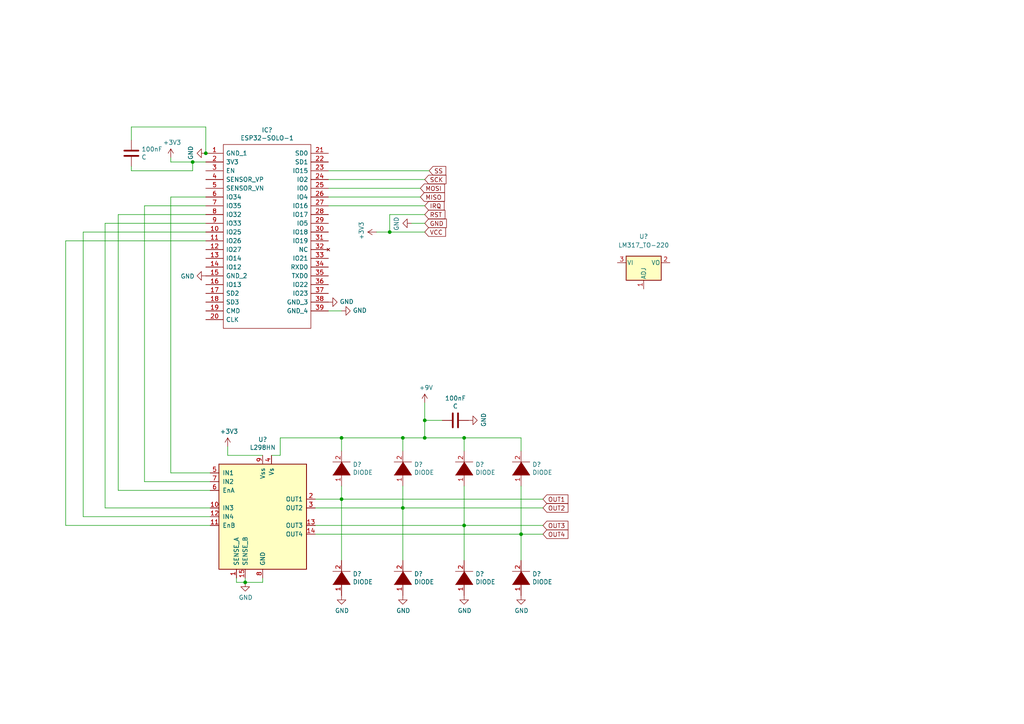
<source format=kicad_sch>
(kicad_sch (version 20211123) (generator eeschema)
  (paper "A4")
  (lib_symbols
    (symbol "Device:C" (pin_numbers hide) (pin_names (offset 0.254))
      (property "Reference" "C" (at 0.635 2.54 0))
      (property "Value" "C" (at 0.635 -2.54 0))
      (symbol "C_0_1"
        (polyline (pts (xy -2.032 -0.762) (xy 2.032 -0.762)) (stroke (width 0.508)))
        (polyline (pts (xy -2.032 0.762) (xy 2.032 0.762)) (stroke (width 0.508)))
      )
      (symbol "C_1_1"
        (pin passive line (at 0 3.81 270) (length 2.794) (name "~") (number "1"))
        (pin passive line (at 0 -3.81 90) (length 2.794) (name "~") (number "2"))
      )
    )
    (symbol "Driver_Motor:L298HN" (pin_names (offset 1.016))
      (property "Reference" "U" (at -10.16 16.51 0))
      (property "Value" "L298HN" (at 12.7 16.51 0))
      (symbol "L298HN_0_1"
        (rectangle (start -12.7 15.24) (end 12.7 -15.24) (stroke (width 0.254)) (fill (type background)))
      )
      (symbol "L298HN_1_1"
        (pin power_in line (at -7.62 -17.78 90) (length 2.54) (name "SENSE_A") (number "1"))
        (pin input line (at -15.24 2.54 0) (length 2.54) (name "IN3") (number "10"))
        (pin input line (at -15.24 -2.54 0) (length 2.54) (name "EnB") (number "11"))
        (pin input line (at -15.24 0 0) (length 2.54) (name "IN4") (number "12"))
        (pin output line (at 15.24 -2.54 180) (length 2.54) (name "OUT3") (number "13"))
        (pin output line (at 15.24 -5.08 180) (length 2.54) (name "OUT4") (number "14"))
        (pin power_in line (at -5.08 -17.78 90) (length 2.54) (name "SENSE_B") (number "15"))
        (pin output line (at 15.24 5.08 180) (length 2.54) (name "OUT1") (number "2"))
        (pin output line (at 15.24 2.54 180) (length 2.54) (name "OUT2") (number "3"))
        (pin power_in line (at 2.54 17.78 270) (length 2.54) (name "Vs") (number "4"))
        (pin input line (at -15.24 12.7 0) (length 2.54) (name "IN1") (number "5"))
        (pin input line (at -15.24 7.62 0) (length 2.54) (name "EnA") (number "6"))
        (pin input line (at -15.24 10.16 0) (length 2.54) (name "IN2") (number "7"))
        (pin power_in line (at 0 -17.78 90) (length 2.54) (name "GND") (number "8"))
        (pin power_in line (at 0 17.78 270) (length 2.54) (name "Vss") (number "9"))
      )
    )
    (symbol "Regulator_Linear:LM317_TO-220" (pin_names (offset 0.254))
      (property "Reference" "U" (at -3.81 3.175 0))
      (property "Value" "LM317_TO-220" (at 0 3.175 0))
      (symbol "LM317_TO-220_0_1"
        (rectangle (start -5.08 1.905) (end 5.08 -5.08) (stroke (width 0.254)) (fill (type background)))
      )
      (symbol "LM317_TO-220_1_1"
        (pin input line (at 0 -7.62 90) (length 2.54) (name "ADJ") (number "1"))
        (pin power_out line (at 7.62 0 180) (length 2.54) (name "VO") (number "2"))
        (pin power_in line (at -7.62 0 0) (length 2.54) (name "VI") (number "3"))
      )
    )
    (symbol "SamacSys_Parts:ESP32-SOLO-1" (pin_names (offset 0.762))
      (property "Reference" "IC" (at 31.75 7.62 0))
      (property "Value" "SamacSys_Parts_ESP32-SOLO-1" (at 31.75 5.08 0))
      (symbol "ESP32-SOLO-1_0_0"
        (pin passive line (at 0 0 0) (length 5.08) (name "GND_1") (number "1"))
        (pin passive line (at 0 -22.86 0) (length 5.08) (name "IO25") (number "10"))
        (pin passive line (at 0 -25.4 0) (length 5.08) (name "IO26") (number "11"))
        (pin passive line (at 0 -27.94 0) (length 5.08) (name "IO27") (number "12"))
        (pin passive line (at 0 -30.48 0) (length 5.08) (name "IO14") (number "13"))
        (pin passive line (at 0 -33.02 0) (length 5.08) (name "IO12") (number "14"))
        (pin passive line (at 0 -35.56 0) (length 5.08) (name "GND_2") (number "15"))
        (pin passive line (at 0 -38.1 0) (length 5.08) (name "IO13") (number "16"))
        (pin passive line (at 0 -40.64 0) (length 5.08) (name "SD2") (number "17"))
        (pin passive line (at 0 -43.18 0) (length 5.08) (name "SD3") (number "18"))
        (pin passive line (at 0 -45.72 0) (length 5.08) (name "CMD") (number "19"))
        (pin passive line (at 0 -2.54 0) (length 5.08) (name "3V3") (number "2"))
        (pin passive line (at 0 -48.26 0) (length 5.08) (name "CLK") (number "20"))
        (pin passive line (at 35.56 0 180) (length 5.08) (name "SD0") (number "21"))
        (pin passive line (at 35.56 -2.54 180) (length 5.08) (name "SD1") (number "22"))
        (pin passive line (at 35.56 -5.08 180) (length 5.08) (name "IO15") (number "23"))
        (pin passive line (at 35.56 -7.62 180) (length 5.08) (name "IO2") (number "24"))
        (pin passive line (at 35.56 -10.16 180) (length 5.08) (name "IO0") (number "25"))
        (pin passive line (at 35.56 -12.7 180) (length 5.08) (name "IO4") (number "26"))
        (pin passive line (at 35.56 -15.24 180) (length 5.08) (name "IO16") (number "27"))
        (pin passive line (at 35.56 -17.78 180) (length 5.08) (name "IO17") (number "28"))
        (pin passive line (at 35.56 -20.32 180) (length 5.08) (name "IO5") (number "29"))
        (pin passive line (at 0 -5.08 0) (length 5.08) (name "EN") (number "3"))
        (pin passive line (at 35.56 -22.86 180) (length 5.08) (name "IO18") (number "30"))
        (pin passive line (at 35.56 -25.4 180) (length 5.08) (name "IO19") (number "31"))
        (pin no_connect line (at 35.56 -27.94 180) (length 5.08) (name "NC") (number "32"))
        (pin passive line (at 35.56 -30.48 180) (length 5.08) (name "IO21") (number "33"))
        (pin passive line (at 35.56 -33.02 180) (length 5.08) (name "RXD0") (number "34"))
        (pin passive line (at 35.56 -35.56 180) (length 5.08) (name "TXD0") (number "35"))
        (pin passive line (at 35.56 -38.1 180) (length 5.08) (name "IO22") (number "36"))
        (pin passive line (at 35.56 -40.64 180) (length 5.08) (name "IO23") (number "37"))
        (pin passive line (at 35.56 -43.18 180) (length 5.08) (name "GND_3") (number "38"))
        (pin passive line (at 35.56 -45.72 180) (length 5.08) (name "GND_4") (number "39"))
        (pin passive line (at 0 -7.62 0) (length 5.08) (name "SENSOR_VP") (number "4"))
        (pin passive line (at 0 -10.16 0) (length 5.08) (name "SENSOR_VN") (number "5"))
        (pin passive line (at 0 -12.7 0) (length 5.08) (name "IO34") (number "6"))
        (pin passive line (at 0 -15.24 0) (length 5.08) (name "IO35") (number "7"))
        (pin passive line (at 0 -17.78 0) (length 5.08) (name "IO32") (number "8"))
        (pin passive line (at 0 -20.32 0) (length 5.08) (name "IO33") (number "9"))
      )
      (symbol "ESP32-SOLO-1_0_1"
        (polyline (pts (xy 5.08 2.54) (xy 30.48 2.54) (xy 30.48 -50.8) (xy 5.08 -50.8) (xy 5.08 2.54)) (stroke (width 0.1524)))
      )
    )
    (symbol "power:+3.3V" (power) (pin_names (offset 0))
      (property "Value" "+3.3V" (at 0 3.556 0))
      (symbol "+3.3V_0_1"
        (polyline (pts (xy -0.762 1.27) (xy 0 2.54)))
        (polyline (pts (xy 0 0) (xy 0 2.54)))
        (polyline (pts (xy 0 2.54) (xy 0.762 1.27)))
      )
      (symbol "+3.3V_1_1"
        (pin power_in line (at 0 0 90) (length 0) hide (name "+3V3") (number "1"))
      )
    )
    (symbol "power:+9V" (power) (pin_names (offset 0))
      (property "Value" "+9V" (at 0 3.556 0))
      (symbol "+9V_0_1"
        (polyline (pts (xy -0.762 1.27) (xy 0 2.54)))
        (polyline (pts (xy 0 0) (xy 0 2.54)))
        (polyline (pts (xy 0 2.54) (xy 0.762 1.27)))
      )
      (symbol "+9V_1_1"
        (pin power_in line (at 0 0 90) (length 0) hide (name "+9V") (number "1"))
      )
    )
    (symbol "power:GND" (power) (pin_names (offset 0))
      (property "Value" "GND" (at 0 -3.81 0))
      (symbol "GND_0_1"
        (polyline (pts (xy 0 0) (xy 0 -1.27) (xy 1.27 -1.27) (xy 0 -2.54) (xy -1.27 -1.27) (xy 0 -1.27)))
      )
      (symbol "GND_1_1"
        (pin power_in line (at 0 0 270) (length 0) hide (name "GND") (number "1"))
      )
    )
    (symbol "pspice:DIODE" (pin_names (offset 1.016) hide)
      (property "Reference" "D" (at 0 3.81 0))
      (property "Value" "DIODE" (at 0 -4.445 0))
      (symbol "DIODE_0_1"
        (polyline (pts (xy 1.905 2.54) (xy 1.905 -2.54)))
        (polyline (pts (xy -1.905 2.54) (xy -1.905 -2.54) (xy 1.905 0)) (fill (type outline)))
      )
      (symbol "DIODE_1_1"
        (pin input line (at -5.08 0 0) (length 3.81) (name "K") (number "1"))
        (pin input line (at 5.08 0 180) (length 3.81) (name "A") (number "2"))
      )
    )
  )
  (junction (at 116.84 147.32))
  (junction (at 134.62 127))
  (junction (at 99.06 127))
  (junction (at 151.13 154.94))
  (junction (at 123.19 121.92))
  (junction (at 55.88 46.99))
  (junction (at 113.03 67.31))
  (junction (at 59.69 44.45))
  (junction (at 99.06 144.78))
  (junction (at 123.19 127))
  (junction (at 134.62 152.4))
  (junction (at 71.12 168.91))
  (junction (at 116.84 127))
  (wire (pts (xy 41.91 139.7) (xy 60.96 139.7)))
  (wire (pts (xy 24.13 67.31) (xy 24.13 149.86)))
  (wire (pts (xy 151.13 154.94) (xy 91.44 154.94)))
  (wire (pts (xy 134.62 140.97) (xy 134.62 152.4)))
  (wire (pts (xy 30.48 147.32) (xy 60.96 147.32)))
  (wire (pts (xy 68.58 167.64) (xy 68.58 168.91)))
  (wire (pts (xy 41.91 59.69) (xy 41.91 139.7)))
  (wire (pts (xy 99.06 130.81) (xy 99.06 127)))
  (wire (pts (xy 34.29 142.24) (xy 60.96 142.24)))
  (wire (pts (xy 119.38 64.77) (xy 123.19 64.77)))
  (wire (pts (xy 55.88 49.53) (xy 55.88 46.99)))
  (wire (pts (xy 81.28 127) (xy 81.28 132.08)))
  (wire (pts (xy 24.13 149.86) (xy 60.96 149.86)))
  (wire (pts (xy 91.44 144.78) (xy 99.06 144.78)))
  (wire (pts (xy 59.69 46.99) (xy 55.88 46.99)))
  (wire (pts (xy 116.84 147.32) (xy 157.48 147.32)))
  (wire (pts (xy 71.12 168.91) (xy 71.12 167.64)))
  (wire (pts (xy 38.1 40.64) (xy 38.1 36.83)))
  (wire (pts (xy 76.2 168.91) (xy 76.2 167.64)))
  (wire (pts (xy 134.62 127) (xy 134.62 130.81)))
  (wire (pts (xy 30.48 64.77) (xy 59.69 64.77)))
  (wire (pts (xy 49.53 57.15) (xy 59.69 57.15)))
  (wire (pts (xy 24.13 67.31) (xy 59.69 67.31)))
  (wire (pts (xy 121.92 54.61) (xy 95.25 54.61)))
  (wire (pts (xy 34.29 62.23) (xy 59.69 62.23)))
  (wire (pts (xy 116.84 147.32) (xy 116.84 140.97)))
  (wire (pts (xy 66.04 132.08) (xy 66.04 129.54)))
  (wire (pts (xy 151.13 154.94) (xy 157.48 154.94)))
  (wire (pts (xy 49.53 46.99) (xy 49.53 45.72)))
  (wire (pts (xy 116.84 127) (xy 123.19 127)))
  (wire (pts (xy 124.46 49.53) (xy 95.25 49.53)))
  (wire (pts (xy 55.88 46.99) (xy 49.53 46.99)))
  (wire (pts (xy 123.19 59.69) (xy 95.25 59.69)))
  (wire (pts (xy 123.19 127) (xy 134.62 127)))
  (wire (pts (xy 19.05 69.85) (xy 19.05 152.4)))
  (wire (pts (xy 134.62 152.4) (xy 157.48 152.4)))
  (wire (pts (xy 71.12 168.91) (xy 76.2 168.91)))
  (wire (pts (xy 134.62 152.4) (xy 134.62 162.56)))
  (wire (pts (xy 113.03 67.31) (xy 123.19 67.31)))
  (wire (pts (xy 41.91 59.69) (xy 59.69 59.69)))
  (wire (pts (xy 81.28 132.08) (xy 78.74 132.08)))
  (wire (pts (xy 60.96 137.16) (xy 49.53 137.16)))
  (wire (pts (xy 68.58 168.91) (xy 71.12 168.91)))
  (wire (pts (xy 123.19 121.92) (xy 123.19 127)))
  (wire (pts (xy 116.84 147.32) (xy 116.84 162.56)))
  (wire (pts (xy 151.13 127) (xy 134.62 127)))
  (wire (pts (xy 38.1 48.26) (xy 38.1 49.53)))
  (wire (pts (xy 109.22 67.31) (xy 113.03 67.31)))
  (wire (pts (xy 59.69 36.83) (xy 59.69 44.45)))
  (wire (pts (xy 123.19 116.84) (xy 123.19 121.92)))
  (wire (pts (xy 19.05 152.4) (xy 60.96 152.4)))
  (wire (pts (xy 49.53 57.15) (xy 49.53 137.16)))
  (wire (pts (xy 91.44 147.32) (xy 116.84 147.32)))
  (wire (pts (xy 128.27 121.92) (xy 123.19 121.92)))
  (wire (pts (xy 121.92 57.15) (xy 95.25 57.15)))
  (wire (pts (xy 157.48 144.78) (xy 99.06 144.78)))
  (wire (pts (xy 99.06 144.78) (xy 99.06 162.56)))
  (wire (pts (xy 151.13 154.94) (xy 151.13 162.56)))
  (wire (pts (xy 95.25 90.17) (xy 99.06 90.17)))
  (wire (pts (xy 116.84 130.81) (xy 116.84 127)))
  (wire (pts (xy 38.1 36.83) (xy 59.69 36.83)))
  (wire (pts (xy 151.13 130.81) (xy 151.13 127)))
  (wire (pts (xy 34.29 62.23) (xy 34.29 142.24)))
  (wire (pts (xy 113.03 62.23) (xy 113.03 67.31)))
  (wire (pts (xy 123.19 52.07) (xy 95.25 52.07)))
  (wire (pts (xy 99.06 140.97) (xy 99.06 144.78)))
  (wire (pts (xy 76.2 132.08) (xy 66.04 132.08)))
  (wire (pts (xy 99.06 127) (xy 81.28 127)))
  (wire (pts (xy 19.05 69.85) (xy 59.69 69.85)))
  (wire (pts (xy 123.19 62.23) (xy 113.03 62.23)))
  (wire (pts (xy 38.1 49.53) (xy 55.88 49.53)))
  (wire (pts (xy 30.48 64.77) (xy 30.48 147.32)))
  (wire (pts (xy 116.84 127) (xy 99.06 127)))
  (wire (pts (xy 134.62 152.4) (xy 91.44 152.4)))
  (wire (pts (xy 151.13 140.97) (xy 151.13 154.94)))
  (global_label "SS" (shape input) (at 124.46 49.53 0) (property "Intersheet References" "${INTERSHEET_REFS}" (effects hide)))
  (global_label "OUT3" (shape input) (at 157.48 152.4 0) (property "Intersheet References" "${INTERSHEET_REFS}" (effects hide)))
  (global_label "MISO" (shape input) (at 121.92 57.15 0) (property "Intersheet References" "${INTERSHEET_REFS}" (effects hide)))
  (global_label "GND" (shape input) (at 123.19 64.77 0) (property "Intersheet References" "${INTERSHEET_REFS}" (effects hide)))
  (global_label "OUT1" (shape input) (at 157.48 144.78 0) (property "Intersheet References" "${INTERSHEET_REFS}" (effects hide)))
  (global_label "OUT4" (shape input) (at 157.48 154.94 0) (property "Intersheet References" "${INTERSHEET_REFS}" (effects hide)))
  (global_label "RST" (shape input) (at 123.19 62.23 0) (property "Intersheet References" "${INTERSHEET_REFS}" (effects hide)))
  (global_label "OUT2" (shape input) (at 157.48 147.32 0) (property "Intersheet References" "${INTERSHEET_REFS}" (effects hide)))
  (global_label "MOSI" (shape input) (at 121.92 54.61 0) (property "Intersheet References" "${INTERSHEET_REFS}" (effects hide)))
  (global_label "VCC" (shape input) (at 123.19 67.31 0) (property "Intersheet References" "${INTERSHEET_REFS}" (effects hide)))
  (global_label "SCK" (shape input) (at 123.19 52.07 0) (property "Intersheet References" "${INTERSHEET_REFS}" (effects hide)))
  (global_label "IRQ" (shape input) (at 123.19 59.69 0) (property "Intersheet References" "${INTERSHEET_REFS}" (effects hide)))
  (symbol (lib_id "SamacSys_Parts:ESP32-SOLO-1") (at 59.69 44.45 0) (unit 1)
    (property "Reference" "IC?" (at 77.47 37.719 0))
    (property "Value" "ESP32-SOLO-1" (at 77.47 40.0304 0))
    (property "Footprint" "ESP32SOLO1" (effects hide))
    (property "Datasheet" "https://www.espressif.com/sites/default/files/documentation/esp32-solo-1_datasheet_en.pdf" (effects hide))
    (property "Description" "WiFi Modules (802.11) SMD Module, ESP32-S0WD, 32Mbits SPI flash, UART mode," (effects hide))
    (property "Manufacturer_Name" "Espressif Systems" (effects hide))
    (property "Manufacturer_Part_Number" "ESP32-SOLO-1" (effects hide))
    (property "Mouser Part Number" "356-ESP32-SOLO-1" (effects hide))
    (property "Mouser Price/Stock" "https://www.mouser.co.uk/ProductDetail/Espressif-Systems/ESP32-SOLO-1?qs=w%2Fv1CP2dgqpIFRWX9FvikA%3D%3D" (effects hide))
  )
  (symbol (lib_id "power:+3.3V") (at 49.53 45.72 0) (unit 1)
    (property "Reference" "#PWR?" (effects hide))
    (property "Value" "+3.3V" (at 49.911 41.3258 0))
  )
  (symbol (lib_id "power:GND") (at 59.69 44.45 270) (mirror x) (unit 1)
    (property "Reference" "#PWR?" (effects hide))
    (property "Value" "GND" (at 55.2958 44.323 0))
  )
  (symbol (lib_id "Device:C") (at 38.1 44.45 0) (unit 1)
    (property "Reference" "100nF" (at 41.021 43.2816 0) (effects (justify left)))
    (property "Value" "C" (at 41.021 45.593 0) (effects (justify left)))
  )
  (symbol (lib_id "power:GND") (at 59.69 80.01 270) (unit 1)
    (property "Reference" "#PWR?" (effects hide))
    (property "Value" "GND" (at 56.4388 80.137 90) (effects (justify right)))
  )
  (symbol (lib_id "power:GND") (at 95.25 87.63 90) (unit 1)
    (property "Reference" "#PWR?" (effects hide))
    (property "Value" "GND" (at 98.5012 87.503 90) (effects (justify right)))
  )
  (symbol (lib_id "power:GND") (at 99.06 90.17 90) (unit 1)
    (property "Reference" "#PWR?" (effects hide))
    (property "Value" "GND" (at 102.3112 90.043 90) (effects (justify right)))
  )
  (symbol (lib_id "Driver_Motor:L298HN") (at 76.2 149.86 0) (unit 1)
    (property "Reference" "U?" (at 76.2 127.4826 0))
    (property "Value" "L298HN" (at 76.2 129.794 0))
    (property "Footprint" "Package_TO_SOT_THT:TO-220-15_P2.54x2.54mm_StaggerOdd_Lead4.58mm_Vertical" (effects hide))
    (property "Datasheet" "http://www.st.com/st-web-ui/static/active/en/resource/technical/document/datasheet/CD00000240.pdf" (effects hide))
  )
  (symbol (lib_id "power:GND") (at 135.89 121.92 90) (unit 1)
    (property "Reference" "#PWR?" (effects hide))
    (property "Value" "GND" (at 140.2842 121.793 0))
  )
  (symbol (lib_id "pspice:DIODE") (at 99.06 135.89 90) (unit 1)
    (property "Reference" "D?" (at 102.3112 134.7216 90) (effects (justify right)))
    (property "Value" "DIODE" (at 102.3112 137.033 90) (effects (justify right)))
  )
  (symbol (lib_id "pspice:DIODE") (at 116.84 135.89 90) (unit 1)
    (property "Reference" "D?" (at 120.0912 134.7216 90) (effects (justify right)))
    (property "Value" "DIODE" (at 120.0912 137.033 90) (effects (justify right)))
  )
  (symbol (lib_id "pspice:DIODE") (at 134.62 135.89 90) (unit 1)
    (property "Reference" "D?" (at 137.8712 134.7216 90) (effects (justify right)))
    (property "Value" "DIODE" (at 137.8712 137.033 90) (effects (justify right)))
  )
  (symbol (lib_id "pspice:DIODE") (at 151.13 135.89 90) (unit 1)
    (property "Reference" "D?" (at 154.3812 134.7216 90) (effects (justify right)))
    (property "Value" "DIODE" (at 154.3812 137.033 90) (effects (justify right)))
  )
  (symbol (lib_id "pspice:DIODE") (at 99.06 167.64 90) (unit 1)
    (property "Reference" "D?" (at 102.3112 166.4716 90) (effects (justify right)))
    (property "Value" "DIODE" (at 102.3112 168.783 90) (effects (justify right)))
  )
  (symbol (lib_id "pspice:DIODE") (at 116.84 167.64 90) (unit 1)
    (property "Reference" "D?" (at 120.0912 166.4716 90) (effects (justify right)))
    (property "Value" "DIODE" (at 120.0912 168.783 90) (effects (justify right)))
  )
  (symbol (lib_id "pspice:DIODE") (at 134.62 167.64 90) (unit 1)
    (property "Reference" "D?" (at 137.8712 166.4716 90) (effects (justify right)))
    (property "Value" "DIODE" (at 137.8712 168.783 90) (effects (justify right)))
  )
  (symbol (lib_id "pspice:DIODE") (at 151.13 167.64 90) (unit 1)
    (property "Reference" "D?" (at 154.3812 166.4716 90) (effects (justify right)))
    (property "Value" "DIODE" (at 154.3812 168.783 90) (effects (justify right)))
  )
  (symbol (lib_id "power:GND") (at 99.06 172.72 0) (unit 1)
    (property "Reference" "#PWR?" (effects hide))
    (property "Value" "GND" (at 99.187 177.1142 0))
  )
  (symbol (lib_id "power:GND") (at 116.84 172.72 0) (unit 1)
    (property "Reference" "#PWR?" (effects hide))
    (property "Value" "GND" (at 116.967 177.1142 0))
  )
  (symbol (lib_id "power:GND") (at 134.62 172.72 0) (unit 1)
    (property "Reference" "#PWR?" (effects hide))
    (property "Value" "GND" (at 134.747 177.1142 0))
  )
  (symbol (lib_id "power:GND") (at 151.13 172.72 0) (unit 1)
    (property "Reference" "#PWR?" (effects hide))
    (property "Value" "GND" (at 151.257 177.1142 0))
  )
  (symbol (lib_id "power:GND") (at 71.12 168.91 0) (unit 1)
    (property "Reference" "#PWR?" (effects hide))
    (property "Value" "GND" (at 71.247 173.3042 0))
  )
  (symbol (lib_id "power:+9V") (at 123.19 116.84 0) (unit 1)
    (property "Reference" "#PWR?" (effects hide))
    (property "Value" "+9V" (at 123.571 112.4458 0))
  )
  (symbol (lib_id "power:+3.3V") (at 66.04 129.54 0) (unit 1)
    (property "Reference" "#PWR?" (effects hide))
    (property "Value" "+3.3V" (at 66.421 125.1458 0))
  )
  (symbol (lib_id "Device:C") (at 132.08 121.92 270) (unit 1)
    (property "Reference" "100nF" (at 132.08 115.5192 90))
    (property "Value" "C" (at 132.08 117.8306 90))
  )
  (symbol (lib_id "power:+3.3V") (at 109.22 67.31 90) (unit 1)
    (property "Reference" "#PWR?" (effects hide))
    (property "Value" "+3.3V" (at 104.8258 66.929 0))
  )
  (symbol (lib_id "power:GND") (at 119.38 64.77 270) (unit 1)
    (property "Reference" "#PWR?" (effects hide))
    (property "Value" "GND" (at 114.9858 64.897 0))
  )
  (symbol (lib_id "Regulator_Linear:LM317_TO-220") (at 186.69 76.2 0) (unit 1)
    (property "Reference" "U?" (at 186.69 68.58 0))
    (property "Value" "LM317_TO-220" (at 186.69 71.12 0))
    (property "Footprint" "Package_TO_SOT_THT:TO-220-3_Vertical" (effects hide))
    (property "Datasheet" "http://www.ti.com/lit/ds/symlink/lm317.pdf" (effects hide))
  )
)
</source>
